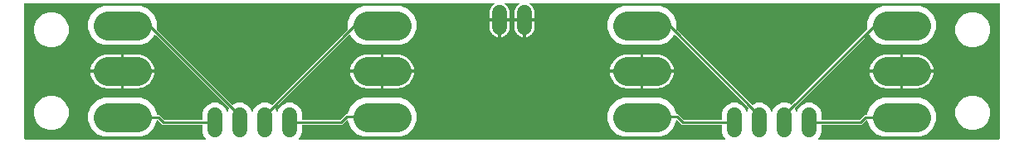
<source format=gbr>
G04 EAGLE Gerber RS-274X export*
G75*
%MOMM*%
%FSLAX34Y34*%
%LPD*%
%INTop Copper*%
%IPPOS*%
%AMOC8*
5,1,8,0,0,1.08239X$1,22.5*%
G01*
%ADD10C,1.524000*%
%ADD11C,3.000000*%
%ADD12C,0.250000*%

G36*
X187164Y2512D02*
X187164Y2512D01*
X187235Y2514D01*
X187284Y2532D01*
X187336Y2540D01*
X187399Y2574D01*
X187466Y2599D01*
X187507Y2631D01*
X187553Y2656D01*
X187603Y2708D01*
X187659Y2752D01*
X187687Y2796D01*
X187723Y2834D01*
X187753Y2899D01*
X187792Y2959D01*
X187804Y3010D01*
X187826Y3057D01*
X187834Y3128D01*
X187852Y3198D01*
X187848Y3250D01*
X187853Y3301D01*
X187838Y3372D01*
X187832Y3443D01*
X187812Y3491D01*
X187801Y3542D01*
X187764Y3603D01*
X187736Y3669D01*
X187691Y3725D01*
X187675Y3753D01*
X187657Y3768D01*
X187631Y3800D01*
X186201Y5231D01*
X184279Y9870D01*
X184279Y17113D01*
X184276Y17133D01*
X184278Y17152D01*
X184256Y17254D01*
X184240Y17356D01*
X184230Y17373D01*
X184226Y17393D01*
X184173Y17482D01*
X184124Y17573D01*
X184110Y17587D01*
X184100Y17604D01*
X184021Y17671D01*
X183946Y17743D01*
X183928Y17751D01*
X183913Y17764D01*
X183817Y17803D01*
X183723Y17846D01*
X183703Y17848D01*
X183685Y17856D01*
X183518Y17874D01*
X143443Y17874D01*
X138800Y22517D01*
X138742Y22559D01*
X138690Y22608D01*
X138643Y22630D01*
X138601Y22660D01*
X138532Y22681D01*
X138467Y22712D01*
X138415Y22717D01*
X138365Y22733D01*
X138294Y22731D01*
X138223Y22739D01*
X138172Y22728D01*
X138120Y22726D01*
X138052Y22702D01*
X137982Y22686D01*
X137937Y22660D01*
X137889Y22642D01*
X137833Y22597D01*
X137771Y22560D01*
X137737Y22521D01*
X137697Y22488D01*
X137658Y22428D01*
X137611Y22373D01*
X137592Y22325D01*
X137564Y22281D01*
X137546Y22212D01*
X137519Y22145D01*
X137511Y22074D01*
X137503Y22043D01*
X137505Y22019D01*
X137501Y21978D01*
X137501Y21532D01*
X134456Y14180D01*
X128830Y8554D01*
X121478Y5509D01*
X83522Y5509D01*
X76170Y8554D01*
X70544Y14180D01*
X67499Y21532D01*
X67499Y29488D01*
X70544Y36840D01*
X76170Y42466D01*
X83522Y45511D01*
X121478Y45511D01*
X128830Y42466D01*
X134456Y36840D01*
X137501Y29488D01*
X137501Y28387D01*
X137504Y28367D01*
X137502Y28348D01*
X137524Y28246D01*
X137540Y28144D01*
X137550Y28127D01*
X137554Y28107D01*
X137607Y28018D01*
X137656Y27927D01*
X137670Y27913D01*
X137680Y27896D01*
X137759Y27829D01*
X137834Y27757D01*
X137852Y27749D01*
X137867Y27736D01*
X137963Y27697D01*
X138057Y27654D01*
X138077Y27652D01*
X138095Y27644D01*
X138262Y27626D01*
X140057Y27626D01*
X145084Y22599D01*
X145158Y22546D01*
X145228Y22486D01*
X145258Y22474D01*
X145284Y22455D01*
X145371Y22428D01*
X145456Y22394D01*
X145497Y22390D01*
X145519Y22383D01*
X145551Y22384D01*
X145623Y22376D01*
X183518Y22376D01*
X183538Y22379D01*
X183557Y22377D01*
X183659Y22399D01*
X183761Y22415D01*
X183778Y22425D01*
X183798Y22429D01*
X183887Y22482D01*
X183978Y22531D01*
X183992Y22545D01*
X184009Y22555D01*
X184076Y22634D01*
X184148Y22709D01*
X184156Y22727D01*
X184169Y22742D01*
X184208Y22838D01*
X184251Y22932D01*
X184253Y22952D01*
X184261Y22970D01*
X184279Y23137D01*
X184279Y30130D01*
X186201Y34769D01*
X189751Y38319D01*
X194390Y40241D01*
X199410Y40241D01*
X204049Y38319D01*
X207599Y34769D01*
X208897Y31637D01*
X208935Y31576D01*
X208964Y31511D01*
X208999Y31472D01*
X209026Y31428D01*
X209082Y31382D01*
X209130Y31329D01*
X209176Y31304D01*
X209216Y31271D01*
X209283Y31245D01*
X209346Y31211D01*
X209397Y31202D01*
X209445Y31183D01*
X209517Y31180D01*
X209588Y31167D01*
X209639Y31175D01*
X209691Y31172D01*
X209760Y31192D01*
X209831Y31203D01*
X209877Y31227D01*
X209927Y31241D01*
X209986Y31282D01*
X210050Y31314D01*
X210087Y31352D01*
X210129Y31381D01*
X210172Y31439D01*
X210222Y31490D01*
X210257Y31553D01*
X210276Y31579D01*
X210283Y31601D01*
X210303Y31637D01*
X211354Y34173D01*
X211381Y34287D01*
X211409Y34401D01*
X211409Y34407D01*
X211410Y34413D01*
X211401Y34504D01*
X211402Y34513D01*
X211399Y34526D01*
X211399Y34530D01*
X211390Y34646D01*
X211388Y34651D01*
X211387Y34658D01*
X211355Y34729D01*
X211350Y34753D01*
X211330Y34786D01*
X211294Y34872D01*
X211289Y34878D01*
X211287Y34883D01*
X211274Y34896D01*
X211236Y34945D01*
X211224Y34964D01*
X211212Y34975D01*
X211189Y35003D01*
X136309Y109883D01*
X136271Y109910D01*
X136240Y109944D01*
X136172Y109981D01*
X136109Y110027D01*
X136065Y110040D01*
X136025Y110062D01*
X135948Y110076D01*
X135874Y110099D01*
X135828Y110098D01*
X135783Y110106D01*
X135706Y110095D01*
X135628Y110093D01*
X135585Y110077D01*
X135539Y110070D01*
X135470Y110035D01*
X135397Y110008D01*
X135361Y109980D01*
X135320Y109959D01*
X135266Y109903D01*
X135205Y109855D01*
X135180Y109816D01*
X135148Y109783D01*
X135082Y109663D01*
X135072Y109648D01*
X135071Y109643D01*
X135067Y109636D01*
X134456Y108160D01*
X128830Y102534D01*
X121478Y99489D01*
X83522Y99489D01*
X76170Y102534D01*
X70544Y108160D01*
X67499Y115512D01*
X67499Y123468D01*
X70544Y130820D01*
X76170Y136446D01*
X83522Y139491D01*
X121478Y139491D01*
X128830Y136446D01*
X134456Y130820D01*
X137501Y123468D01*
X137501Y115373D01*
X137515Y115283D01*
X137523Y115192D01*
X137535Y115162D01*
X137540Y115130D01*
X137583Y115049D01*
X137619Y114965D01*
X137645Y114933D01*
X137656Y114912D01*
X137679Y114890D01*
X137724Y114834D01*
X214157Y38401D01*
X214173Y38390D01*
X214185Y38374D01*
X214273Y38318D01*
X214356Y38258D01*
X214375Y38252D01*
X214392Y38241D01*
X214493Y38216D01*
X214591Y38186D01*
X214612Y38186D01*
X214631Y38181D01*
X214734Y38189D01*
X214837Y38192D01*
X214856Y38199D01*
X214876Y38200D01*
X214971Y38241D01*
X215068Y38276D01*
X215084Y38289D01*
X215103Y38297D01*
X215109Y38302D01*
X219790Y40241D01*
X224810Y40241D01*
X229449Y38319D01*
X232999Y34769D01*
X234297Y31637D01*
X234335Y31576D01*
X234364Y31511D01*
X234399Y31472D01*
X234426Y31428D01*
X234482Y31382D01*
X234530Y31329D01*
X234576Y31304D01*
X234616Y31271D01*
X234683Y31245D01*
X234746Y31211D01*
X234797Y31202D01*
X234845Y31183D01*
X234917Y31180D01*
X234988Y31167D01*
X235039Y31175D01*
X235091Y31172D01*
X235160Y31192D01*
X235231Y31203D01*
X235277Y31227D01*
X235327Y31241D01*
X235386Y31282D01*
X235450Y31314D01*
X235487Y31352D01*
X235529Y31381D01*
X235572Y31439D01*
X235622Y31490D01*
X235657Y31553D01*
X235676Y31579D01*
X235683Y31601D01*
X235703Y31637D01*
X237001Y34769D01*
X240551Y38319D01*
X245190Y40241D01*
X250210Y40241D01*
X254936Y38283D01*
X255049Y38257D01*
X255163Y38228D01*
X255169Y38229D01*
X255175Y38227D01*
X255292Y38238D01*
X255408Y38247D01*
X255414Y38250D01*
X255420Y38250D01*
X255528Y38298D01*
X255634Y38344D01*
X255640Y38348D01*
X255645Y38350D01*
X255659Y38363D01*
X255765Y38448D01*
X332276Y114959D01*
X332329Y115033D01*
X332389Y115103D01*
X332401Y115133D01*
X332420Y115159D01*
X332447Y115246D01*
X332481Y115331D01*
X332485Y115372D01*
X332492Y115394D01*
X332491Y115426D01*
X332499Y115498D01*
X332499Y123468D01*
X335544Y130820D01*
X341170Y136446D01*
X348522Y139491D01*
X386478Y139491D01*
X393830Y136446D01*
X399456Y130820D01*
X402501Y123468D01*
X402501Y115512D01*
X399456Y108160D01*
X393830Y102534D01*
X386478Y99489D01*
X348522Y99489D01*
X341170Y102534D01*
X335544Y108160D01*
X334896Y109725D01*
X334872Y109764D01*
X334856Y109807D01*
X334808Y109868D01*
X334767Y109934D01*
X334731Y109963D01*
X334703Y109999D01*
X334637Y110041D01*
X334577Y110091D01*
X334534Y110107D01*
X334496Y110132D01*
X334420Y110151D01*
X334348Y110179D01*
X334302Y110181D01*
X334257Y110192D01*
X334180Y110186D01*
X334102Y110189D01*
X334058Y110176D01*
X334012Y110173D01*
X333940Y110142D01*
X333866Y110121D01*
X333828Y110094D01*
X333786Y110076D01*
X333679Y109991D01*
X333664Y109980D01*
X333661Y109976D01*
X333655Y109972D01*
X258774Y35091D01*
X258707Y34997D01*
X258637Y34903D01*
X258635Y34897D01*
X258631Y34892D01*
X258597Y34781D01*
X258560Y34669D01*
X258560Y34663D01*
X258559Y34657D01*
X258562Y34540D01*
X258563Y34423D01*
X258565Y34416D01*
X258565Y34411D01*
X258571Y34393D01*
X258609Y34262D01*
X259697Y31637D01*
X259735Y31576D01*
X259764Y31511D01*
X259799Y31472D01*
X259826Y31428D01*
X259882Y31382D01*
X259930Y31329D01*
X259976Y31304D01*
X260016Y31271D01*
X260083Y31245D01*
X260146Y31211D01*
X260197Y31202D01*
X260245Y31183D01*
X260317Y31180D01*
X260388Y31167D01*
X260439Y31175D01*
X260491Y31172D01*
X260560Y31192D01*
X260631Y31203D01*
X260677Y31227D01*
X260727Y31241D01*
X260786Y31282D01*
X260850Y31314D01*
X260887Y31352D01*
X260929Y31381D01*
X260972Y31439D01*
X261022Y31490D01*
X261057Y31553D01*
X261076Y31579D01*
X261083Y31601D01*
X261103Y31637D01*
X262401Y34769D01*
X265951Y38319D01*
X270590Y40241D01*
X275610Y40241D01*
X280249Y38319D01*
X283799Y34769D01*
X285721Y30130D01*
X285721Y23137D01*
X285724Y23117D01*
X285722Y23098D01*
X285744Y22996D01*
X285760Y22894D01*
X285770Y22877D01*
X285774Y22857D01*
X285827Y22768D01*
X285876Y22677D01*
X285890Y22663D01*
X285900Y22646D01*
X285979Y22579D01*
X286054Y22507D01*
X286072Y22499D01*
X286087Y22486D01*
X286183Y22447D01*
X286277Y22404D01*
X286297Y22402D01*
X286315Y22394D01*
X286482Y22376D01*
X324252Y22376D01*
X324342Y22390D01*
X324433Y22398D01*
X324463Y22410D01*
X324495Y22415D01*
X324576Y22458D01*
X324660Y22494D01*
X324692Y22520D01*
X324713Y22531D01*
X324735Y22554D01*
X324791Y22599D01*
X330693Y28501D01*
X331738Y28501D01*
X331758Y28504D01*
X331777Y28502D01*
X331879Y28524D01*
X331981Y28540D01*
X331998Y28550D01*
X332018Y28554D01*
X332107Y28607D01*
X332198Y28656D01*
X332212Y28670D01*
X332229Y28680D01*
X332296Y28759D01*
X332368Y28834D01*
X332376Y28852D01*
X332389Y28867D01*
X332428Y28963D01*
X332471Y29057D01*
X332473Y29077D01*
X332481Y29095D01*
X332499Y29262D01*
X332499Y29488D01*
X335544Y36840D01*
X341170Y42466D01*
X348522Y45511D01*
X386478Y45511D01*
X393830Y42466D01*
X399456Y36840D01*
X402501Y29488D01*
X402501Y21532D01*
X399456Y14180D01*
X393830Y8554D01*
X386478Y5509D01*
X348522Y5509D01*
X341170Y8554D01*
X335544Y14180D01*
X332499Y21532D01*
X332499Y22103D01*
X332488Y22174D01*
X332486Y22246D01*
X332468Y22295D01*
X332460Y22346D01*
X332426Y22410D01*
X332401Y22477D01*
X332369Y22518D01*
X332344Y22564D01*
X332292Y22613D01*
X332248Y22669D01*
X332204Y22697D01*
X332166Y22733D01*
X332101Y22763D01*
X332041Y22802D01*
X331990Y22815D01*
X331943Y22837D01*
X331872Y22844D01*
X331802Y22862D01*
X331750Y22858D01*
X331699Y22864D01*
X331628Y22848D01*
X331557Y22843D01*
X331509Y22823D01*
X331458Y22811D01*
X331397Y22775D01*
X331331Y22747D01*
X331275Y22702D01*
X331247Y22685D01*
X331232Y22667D01*
X331200Y22642D01*
X326432Y17874D01*
X286482Y17874D01*
X286462Y17871D01*
X286443Y17873D01*
X286341Y17851D01*
X286239Y17835D01*
X286222Y17825D01*
X286202Y17821D01*
X286113Y17768D01*
X286022Y17719D01*
X286008Y17705D01*
X285991Y17695D01*
X285924Y17616D01*
X285852Y17541D01*
X285844Y17523D01*
X285831Y17508D01*
X285792Y17412D01*
X285749Y17318D01*
X285747Y17298D01*
X285739Y17280D01*
X285721Y17113D01*
X285721Y9870D01*
X283799Y5231D01*
X282369Y3800D01*
X282327Y3742D01*
X282277Y3690D01*
X282256Y3643D01*
X282225Y3601D01*
X282204Y3532D01*
X282174Y3467D01*
X282168Y3415D01*
X282153Y3365D01*
X282155Y3294D01*
X282147Y3223D01*
X282158Y3172D01*
X282159Y3120D01*
X282184Y3052D01*
X282199Y2982D01*
X282226Y2937D01*
X282244Y2889D01*
X282288Y2833D01*
X282325Y2771D01*
X282365Y2737D01*
X282397Y2697D01*
X282458Y2658D01*
X282512Y2611D01*
X282560Y2592D01*
X282604Y2564D01*
X282674Y2546D01*
X282740Y2519D01*
X282812Y2511D01*
X282843Y2503D01*
X282866Y2505D01*
X282907Y2501D01*
X717093Y2501D01*
X717164Y2512D01*
X717235Y2514D01*
X717284Y2532D01*
X717336Y2540D01*
X717399Y2574D01*
X717466Y2599D01*
X717507Y2631D01*
X717553Y2656D01*
X717603Y2708D01*
X717659Y2752D01*
X717687Y2796D01*
X717723Y2834D01*
X717753Y2899D01*
X717792Y2959D01*
X717804Y3010D01*
X717826Y3057D01*
X717834Y3128D01*
X717852Y3198D01*
X717848Y3250D01*
X717853Y3301D01*
X717838Y3372D01*
X717832Y3443D01*
X717812Y3491D01*
X717801Y3542D01*
X717764Y3603D01*
X717736Y3669D01*
X717691Y3725D01*
X717675Y3753D01*
X717657Y3768D01*
X717631Y3800D01*
X716201Y5231D01*
X714279Y9870D01*
X714279Y17113D01*
X714276Y17133D01*
X714278Y17152D01*
X714256Y17254D01*
X714240Y17356D01*
X714230Y17373D01*
X714226Y17393D01*
X714173Y17482D01*
X714124Y17573D01*
X714110Y17587D01*
X714100Y17604D01*
X714021Y17671D01*
X713946Y17743D01*
X713928Y17751D01*
X713913Y17764D01*
X713817Y17803D01*
X713723Y17846D01*
X713703Y17848D01*
X713685Y17856D01*
X713518Y17874D01*
X673693Y17874D01*
X668800Y22767D01*
X668742Y22809D01*
X668690Y22858D01*
X668643Y22880D01*
X668601Y22910D01*
X668532Y22931D01*
X668467Y22962D01*
X668415Y22967D01*
X668365Y22983D01*
X668294Y22981D01*
X668223Y22989D01*
X668172Y22978D01*
X668120Y22976D01*
X668052Y22952D01*
X667982Y22936D01*
X667937Y22910D01*
X667889Y22892D01*
X667833Y22847D01*
X667771Y22810D01*
X667737Y22771D01*
X667697Y22738D01*
X667658Y22678D01*
X667611Y22623D01*
X667592Y22575D01*
X667564Y22531D01*
X667546Y22462D01*
X667519Y22395D01*
X667511Y22324D01*
X667503Y22293D01*
X667505Y22269D01*
X667501Y22228D01*
X667501Y21532D01*
X664456Y14180D01*
X658830Y8554D01*
X651478Y5509D01*
X613522Y5509D01*
X606170Y8554D01*
X600544Y14180D01*
X597499Y21532D01*
X597499Y29488D01*
X600544Y36840D01*
X606170Y42466D01*
X613522Y45511D01*
X651478Y45511D01*
X658830Y42466D01*
X664456Y36840D01*
X667501Y29488D01*
X667501Y29262D01*
X667504Y29242D01*
X667502Y29223D01*
X667524Y29121D01*
X667540Y29019D01*
X667550Y29002D01*
X667554Y28982D01*
X667607Y28893D01*
X667656Y28802D01*
X667670Y28788D01*
X667680Y28771D01*
X667759Y28704D01*
X667834Y28632D01*
X667852Y28624D01*
X667867Y28611D01*
X667963Y28572D01*
X668057Y28529D01*
X668077Y28527D01*
X668095Y28519D01*
X668262Y28501D01*
X669432Y28501D01*
X675334Y22599D01*
X675408Y22546D01*
X675478Y22486D01*
X675508Y22474D01*
X675534Y22455D01*
X675621Y22428D01*
X675706Y22394D01*
X675747Y22390D01*
X675769Y22383D01*
X675801Y22384D01*
X675873Y22376D01*
X713518Y22376D01*
X713538Y22379D01*
X713557Y22377D01*
X713659Y22399D01*
X713761Y22415D01*
X713778Y22425D01*
X713798Y22429D01*
X713887Y22482D01*
X713978Y22531D01*
X713992Y22545D01*
X714009Y22555D01*
X714076Y22634D01*
X714148Y22709D01*
X714156Y22727D01*
X714169Y22742D01*
X714208Y22838D01*
X714251Y22932D01*
X714253Y22952D01*
X714261Y22970D01*
X714279Y23137D01*
X714279Y30130D01*
X716201Y34769D01*
X719751Y38319D01*
X724390Y40241D01*
X729410Y40241D01*
X734049Y38319D01*
X737599Y34769D01*
X738897Y31637D01*
X738935Y31576D01*
X738964Y31511D01*
X738999Y31472D01*
X739026Y31428D01*
X739082Y31382D01*
X739130Y31329D01*
X739176Y31304D01*
X739216Y31271D01*
X739283Y31245D01*
X739346Y31211D01*
X739397Y31202D01*
X739445Y31183D01*
X739517Y31180D01*
X739588Y31167D01*
X739639Y31175D01*
X739691Y31172D01*
X739760Y31192D01*
X739831Y31203D01*
X739877Y31227D01*
X739927Y31241D01*
X739986Y31282D01*
X740050Y31314D01*
X740087Y31352D01*
X740129Y31381D01*
X740172Y31439D01*
X740222Y31490D01*
X740257Y31553D01*
X740276Y31579D01*
X740283Y31601D01*
X740303Y31637D01*
X741427Y34350D01*
X741454Y34464D01*
X741482Y34577D01*
X741482Y34584D01*
X741483Y34590D01*
X741472Y34706D01*
X741463Y34823D01*
X741461Y34828D01*
X741460Y34835D01*
X741412Y34942D01*
X741367Y35049D01*
X741362Y35055D01*
X741360Y35059D01*
X741348Y35073D01*
X741262Y35180D01*
X666382Y110060D01*
X666345Y110087D01*
X666314Y110121D01*
X666245Y110158D01*
X666182Y110204D01*
X666138Y110217D01*
X666098Y110239D01*
X666021Y110253D01*
X665947Y110276D01*
X665901Y110275D01*
X665856Y110283D01*
X665779Y110272D01*
X665701Y110270D01*
X665658Y110254D01*
X665613Y110247D01*
X665543Y110212D01*
X665470Y110185D01*
X665434Y110156D01*
X665393Y110136D01*
X665339Y110080D01*
X665278Y110031D01*
X665253Y109993D01*
X665221Y109960D01*
X665155Y109840D01*
X665145Y109825D01*
X665144Y109820D01*
X665140Y109813D01*
X664456Y108160D01*
X658830Y102534D01*
X651478Y99489D01*
X613522Y99489D01*
X606170Y102534D01*
X600544Y108160D01*
X597499Y115512D01*
X597499Y123468D01*
X600544Y130820D01*
X606170Y136446D01*
X613522Y139491D01*
X651478Y139491D01*
X658830Y136446D01*
X664456Y130820D01*
X667501Y123468D01*
X667501Y115623D01*
X667515Y115533D01*
X667523Y115442D01*
X667535Y115412D01*
X667540Y115380D01*
X667583Y115299D01*
X667619Y115215D01*
X667645Y115183D01*
X667656Y115162D01*
X667679Y115140D01*
X667724Y115084D01*
X744323Y38485D01*
X744415Y38419D01*
X744449Y38390D01*
X744460Y38385D01*
X744512Y38347D01*
X744518Y38345D01*
X744523Y38342D01*
X744634Y38307D01*
X744745Y38271D01*
X744752Y38271D01*
X744758Y38269D01*
X744875Y38272D01*
X744991Y38273D01*
X744999Y38275D01*
X745004Y38276D01*
X745021Y38282D01*
X745153Y38320D01*
X749790Y40241D01*
X754810Y40241D01*
X759449Y38319D01*
X762999Y34769D01*
X764297Y31637D01*
X764335Y31576D01*
X764364Y31511D01*
X764399Y31472D01*
X764426Y31428D01*
X764482Y31382D01*
X764530Y31329D01*
X764576Y31304D01*
X764616Y31271D01*
X764683Y31245D01*
X764746Y31211D01*
X764797Y31202D01*
X764845Y31183D01*
X764917Y31180D01*
X764988Y31167D01*
X765039Y31175D01*
X765091Y31172D01*
X765160Y31192D01*
X765231Y31203D01*
X765277Y31227D01*
X765327Y31241D01*
X765386Y31282D01*
X765450Y31314D01*
X765487Y31352D01*
X765529Y31381D01*
X765572Y31439D01*
X765622Y31490D01*
X765657Y31553D01*
X765676Y31579D01*
X765683Y31601D01*
X765703Y31637D01*
X767001Y34769D01*
X770551Y38319D01*
X775190Y40241D01*
X780210Y40241D01*
X784724Y38371D01*
X784837Y38345D01*
X784951Y38316D01*
X784957Y38317D01*
X784963Y38315D01*
X785080Y38326D01*
X785196Y38335D01*
X785202Y38338D01*
X785208Y38338D01*
X785316Y38386D01*
X785422Y38431D01*
X785428Y38436D01*
X785433Y38438D01*
X785447Y38451D01*
X785553Y38536D01*
X862276Y115259D01*
X862329Y115333D01*
X862389Y115403D01*
X862401Y115433D01*
X862420Y115459D01*
X862447Y115546D01*
X862481Y115631D01*
X862485Y115672D01*
X862492Y115694D01*
X862491Y115726D01*
X862499Y115798D01*
X862499Y123468D01*
X865544Y130820D01*
X871170Y136446D01*
X878522Y139491D01*
X916478Y139491D01*
X923830Y136446D01*
X929456Y130820D01*
X932501Y123468D01*
X932501Y115512D01*
X929456Y108160D01*
X923830Y102534D01*
X916478Y99489D01*
X878522Y99489D01*
X871170Y102534D01*
X865544Y108160D01*
X864808Y109937D01*
X864784Y109976D01*
X864768Y110019D01*
X864720Y110080D01*
X864679Y110146D01*
X864643Y110175D01*
X864615Y110211D01*
X864549Y110253D01*
X864489Y110303D01*
X864446Y110319D01*
X864408Y110344D01*
X864332Y110363D01*
X864260Y110391D01*
X864214Y110393D01*
X864169Y110404D01*
X864092Y110398D01*
X864014Y110401D01*
X863970Y110389D01*
X863924Y110385D01*
X863853Y110355D01*
X863778Y110333D01*
X863740Y110307D01*
X863698Y110289D01*
X863591Y110203D01*
X863576Y110193D01*
X863573Y110188D01*
X863567Y110184D01*
X788687Y35304D01*
X788619Y35210D01*
X788549Y35115D01*
X788547Y35109D01*
X788543Y35104D01*
X788509Y34993D01*
X788472Y34881D01*
X788473Y34875D01*
X788471Y34869D01*
X788474Y34752D01*
X788475Y34635D01*
X788477Y34628D01*
X788477Y34623D01*
X788483Y34605D01*
X788522Y34474D01*
X789697Y31637D01*
X789734Y31576D01*
X789764Y31511D01*
X789799Y31472D01*
X789826Y31428D01*
X789881Y31382D01*
X789930Y31329D01*
X789976Y31304D01*
X790016Y31271D01*
X790083Y31245D01*
X790146Y31211D01*
X790197Y31202D01*
X790245Y31183D01*
X790317Y31180D01*
X790388Y31167D01*
X790439Y31175D01*
X790491Y31172D01*
X790560Y31192D01*
X790631Y31203D01*
X790677Y31227D01*
X790727Y31241D01*
X790786Y31282D01*
X790850Y31314D01*
X790887Y31352D01*
X790929Y31381D01*
X790972Y31439D01*
X791022Y31490D01*
X791057Y31553D01*
X791076Y31579D01*
X791083Y31601D01*
X791103Y31637D01*
X792401Y34769D01*
X795951Y38319D01*
X800590Y40241D01*
X805610Y40241D01*
X810249Y38319D01*
X813799Y34769D01*
X815721Y30130D01*
X815721Y23137D01*
X815724Y23117D01*
X815722Y23098D01*
X815744Y22996D01*
X815760Y22894D01*
X815770Y22877D01*
X815774Y22857D01*
X815827Y22768D01*
X815876Y22677D01*
X815890Y22663D01*
X815900Y22646D01*
X815979Y22579D01*
X816054Y22507D01*
X816072Y22499D01*
X816087Y22486D01*
X816183Y22447D01*
X816277Y22404D01*
X816297Y22402D01*
X816315Y22394D01*
X816482Y22376D01*
X854502Y22376D01*
X854592Y22390D01*
X854683Y22398D01*
X854713Y22410D01*
X854745Y22415D01*
X854826Y22458D01*
X854910Y22494D01*
X854942Y22520D01*
X854963Y22531D01*
X854985Y22554D01*
X855041Y22599D01*
X860068Y27626D01*
X861738Y27626D01*
X861758Y27629D01*
X861777Y27627D01*
X861879Y27649D01*
X861981Y27665D01*
X861998Y27675D01*
X862018Y27679D01*
X862107Y27732D01*
X862198Y27781D01*
X862212Y27795D01*
X862229Y27805D01*
X862296Y27884D01*
X862368Y27959D01*
X862376Y27977D01*
X862389Y27992D01*
X862428Y28088D01*
X862471Y28182D01*
X862473Y28202D01*
X862481Y28220D01*
X862499Y28387D01*
X862499Y29488D01*
X865544Y36840D01*
X871170Y42466D01*
X878522Y45511D01*
X916478Y45511D01*
X923830Y42466D01*
X929456Y36840D01*
X932501Y29488D01*
X932501Y21532D01*
X929456Y14180D01*
X923830Y8554D01*
X916478Y5509D01*
X878522Y5509D01*
X871170Y8554D01*
X865544Y14180D01*
X862499Y21532D01*
X862499Y21853D01*
X862488Y21924D01*
X862486Y21996D01*
X862468Y22045D01*
X862460Y22096D01*
X862426Y22160D01*
X862401Y22227D01*
X862369Y22268D01*
X862344Y22314D01*
X862292Y22363D01*
X862248Y22419D01*
X862204Y22447D01*
X862166Y22483D01*
X862101Y22513D01*
X862041Y22552D01*
X861990Y22565D01*
X861943Y22587D01*
X861872Y22594D01*
X861802Y22612D01*
X861750Y22608D01*
X861699Y22614D01*
X861628Y22598D01*
X861557Y22593D01*
X861509Y22573D01*
X861458Y22561D01*
X861397Y22525D01*
X861331Y22497D01*
X861275Y22452D01*
X861247Y22435D01*
X861232Y22417D01*
X861200Y22392D01*
X856682Y17874D01*
X816482Y17874D01*
X816462Y17871D01*
X816443Y17873D01*
X816341Y17851D01*
X816239Y17835D01*
X816222Y17825D01*
X816202Y17821D01*
X816113Y17768D01*
X816022Y17719D01*
X816008Y17705D01*
X815991Y17695D01*
X815924Y17616D01*
X815852Y17541D01*
X815844Y17523D01*
X815831Y17508D01*
X815792Y17412D01*
X815749Y17318D01*
X815747Y17298D01*
X815739Y17280D01*
X815721Y17113D01*
X815721Y9870D01*
X813799Y5231D01*
X812369Y3800D01*
X812327Y3742D01*
X812277Y3690D01*
X812256Y3643D01*
X812225Y3601D01*
X812204Y3532D01*
X812174Y3467D01*
X812168Y3415D01*
X812153Y3365D01*
X812155Y3294D01*
X812147Y3223D01*
X812158Y3172D01*
X812159Y3120D01*
X812184Y3052D01*
X812199Y2982D01*
X812226Y2937D01*
X812244Y2889D01*
X812288Y2833D01*
X812325Y2771D01*
X812365Y2737D01*
X812397Y2697D01*
X812458Y2658D01*
X812512Y2611D01*
X812560Y2592D01*
X812604Y2564D01*
X812674Y2546D01*
X812740Y2519D01*
X812812Y2511D01*
X812843Y2503D01*
X812866Y2505D01*
X812907Y2501D01*
X996738Y2501D01*
X996758Y2504D01*
X996777Y2502D01*
X996879Y2524D01*
X996981Y2540D01*
X996998Y2550D01*
X997018Y2554D01*
X997107Y2607D01*
X997198Y2656D01*
X997212Y2670D01*
X997229Y2680D01*
X997296Y2759D01*
X997368Y2834D01*
X997376Y2852D01*
X997389Y2867D01*
X997428Y2963D01*
X997471Y3057D01*
X997473Y3077D01*
X997481Y3095D01*
X997499Y3262D01*
X997499Y141738D01*
X997496Y141758D01*
X997498Y141777D01*
X997476Y141879D01*
X997460Y141981D01*
X997450Y141998D01*
X997446Y142018D01*
X997393Y142107D01*
X997344Y142198D01*
X997330Y142212D01*
X997320Y142229D01*
X997241Y142296D01*
X997166Y142368D01*
X997148Y142376D01*
X997133Y142389D01*
X997037Y142428D01*
X996943Y142471D01*
X996923Y142473D01*
X996905Y142481D01*
X996738Y142499D01*
X518664Y142499D01*
X518656Y142498D01*
X518648Y142499D01*
X518534Y142478D01*
X518421Y142460D01*
X518414Y142456D01*
X518406Y142454D01*
X518305Y142398D01*
X518204Y142344D01*
X518198Y142339D01*
X518191Y142335D01*
X518113Y142250D01*
X518034Y142166D01*
X518031Y142159D01*
X518025Y142153D01*
X517979Y142047D01*
X517931Y141943D01*
X517930Y141935D01*
X517926Y141928D01*
X517916Y141813D01*
X517903Y141699D01*
X517905Y141691D01*
X517904Y141683D01*
X517931Y141570D01*
X517956Y141458D01*
X517960Y141451D01*
X517962Y141444D01*
X518023Y141345D01*
X518082Y141247D01*
X518088Y141242D01*
X518092Y141235D01*
X518216Y141122D01*
X519293Y140340D01*
X520420Y139213D01*
X521356Y137924D01*
X522079Y136505D01*
X522572Y134990D01*
X522821Y133417D01*
X522821Y126523D01*
X513462Y126523D01*
X513442Y126520D01*
X513423Y126522D01*
X513321Y126500D01*
X513219Y126483D01*
X513202Y126474D01*
X513182Y126470D01*
X513093Y126417D01*
X513002Y126368D01*
X512988Y126354D01*
X512971Y126344D01*
X512904Y126265D01*
X512833Y126190D01*
X512824Y126172D01*
X512811Y126157D01*
X512773Y126061D01*
X512729Y125967D01*
X512727Y125947D01*
X512719Y125929D01*
X512701Y125762D01*
X512701Y124999D01*
X512699Y124999D01*
X512699Y125762D01*
X512696Y125782D01*
X512698Y125801D01*
X512676Y125903D01*
X512659Y126005D01*
X512650Y126022D01*
X512646Y126042D01*
X512593Y126131D01*
X512544Y126222D01*
X512530Y126236D01*
X512520Y126253D01*
X512441Y126320D01*
X512366Y126391D01*
X512348Y126400D01*
X512333Y126413D01*
X512237Y126452D01*
X512143Y126495D01*
X512123Y126497D01*
X512105Y126505D01*
X511938Y126523D01*
X502579Y126523D01*
X502579Y133417D01*
X502828Y134990D01*
X503321Y136505D01*
X504044Y137924D01*
X504980Y139213D01*
X506107Y140340D01*
X507184Y141122D01*
X507189Y141128D01*
X507196Y141132D01*
X507275Y141215D01*
X507357Y141297D01*
X507360Y141304D01*
X507366Y141310D01*
X507414Y141414D01*
X507465Y141518D01*
X507466Y141526D01*
X507469Y141533D01*
X507482Y141647D01*
X507497Y141762D01*
X507496Y141770D01*
X507497Y141777D01*
X507472Y141890D01*
X507450Y142003D01*
X507446Y142010D01*
X507444Y142018D01*
X507385Y142117D01*
X507328Y142217D01*
X507322Y142222D01*
X507318Y142229D01*
X507230Y142304D01*
X507145Y142381D01*
X507137Y142384D01*
X507131Y142389D01*
X507024Y142432D01*
X506918Y142477D01*
X506911Y142478D01*
X506903Y142481D01*
X506736Y142499D01*
X493264Y142499D01*
X493256Y142498D01*
X493248Y142499D01*
X493134Y142478D01*
X493021Y142460D01*
X493014Y142456D01*
X493006Y142454D01*
X492905Y142398D01*
X492804Y142344D01*
X492798Y142339D01*
X492791Y142335D01*
X492713Y142250D01*
X492634Y142166D01*
X492631Y142159D01*
X492625Y142153D01*
X492579Y142047D01*
X492531Y141943D01*
X492530Y141935D01*
X492526Y141928D01*
X492516Y141813D01*
X492503Y141699D01*
X492505Y141691D01*
X492504Y141683D01*
X492531Y141570D01*
X492556Y141458D01*
X492560Y141451D01*
X492562Y141444D01*
X492623Y141345D01*
X492682Y141247D01*
X492688Y141242D01*
X492692Y141235D01*
X492816Y141122D01*
X493893Y140340D01*
X495020Y139213D01*
X495956Y137924D01*
X496679Y136505D01*
X497172Y134990D01*
X497421Y133417D01*
X497421Y126523D01*
X488062Y126523D01*
X488042Y126520D01*
X488023Y126522D01*
X487921Y126500D01*
X487819Y126483D01*
X487802Y126474D01*
X487782Y126470D01*
X487693Y126417D01*
X487602Y126368D01*
X487588Y126354D01*
X487571Y126344D01*
X487504Y126265D01*
X487433Y126190D01*
X487424Y126172D01*
X487411Y126157D01*
X487373Y126061D01*
X487329Y125967D01*
X487327Y125947D01*
X487319Y125929D01*
X487301Y125762D01*
X487301Y124999D01*
X487299Y124999D01*
X487299Y125762D01*
X487296Y125782D01*
X487298Y125801D01*
X487276Y125903D01*
X487259Y126005D01*
X487250Y126022D01*
X487246Y126042D01*
X487193Y126131D01*
X487144Y126222D01*
X487130Y126236D01*
X487120Y126253D01*
X487041Y126320D01*
X486966Y126391D01*
X486948Y126400D01*
X486933Y126413D01*
X486837Y126452D01*
X486743Y126495D01*
X486723Y126497D01*
X486705Y126505D01*
X486538Y126523D01*
X477179Y126523D01*
X477179Y133417D01*
X477428Y134990D01*
X477921Y136505D01*
X478644Y137924D01*
X479580Y139213D01*
X480707Y140340D01*
X481784Y141122D01*
X481789Y141128D01*
X481796Y141132D01*
X481875Y141215D01*
X481957Y141297D01*
X481960Y141304D01*
X481966Y141310D01*
X482014Y141414D01*
X482065Y141518D01*
X482066Y141526D01*
X482069Y141533D01*
X482082Y141647D01*
X482097Y141762D01*
X482096Y141770D01*
X482097Y141777D01*
X482072Y141890D01*
X482050Y142003D01*
X482046Y142010D01*
X482044Y142018D01*
X481985Y142117D01*
X481928Y142217D01*
X481922Y142222D01*
X481918Y142229D01*
X481830Y142304D01*
X481745Y142381D01*
X481737Y142384D01*
X481731Y142389D01*
X481624Y142432D01*
X481518Y142477D01*
X481511Y142478D01*
X481503Y142481D01*
X481336Y142499D01*
X3262Y142499D01*
X3242Y142496D01*
X3223Y142498D01*
X3121Y142476D01*
X3019Y142460D01*
X3002Y142450D01*
X2982Y142446D01*
X2893Y142393D01*
X2802Y142344D01*
X2788Y142330D01*
X2771Y142320D01*
X2704Y142241D01*
X2632Y142166D01*
X2624Y142148D01*
X2611Y142133D01*
X2572Y142037D01*
X2529Y141943D01*
X2527Y141923D01*
X2519Y141905D01*
X2501Y141738D01*
X2501Y3262D01*
X2504Y3242D01*
X2502Y3223D01*
X2524Y3121D01*
X2540Y3019D01*
X2550Y3002D01*
X2554Y2982D01*
X2607Y2893D01*
X2656Y2802D01*
X2670Y2788D01*
X2680Y2771D01*
X2759Y2704D01*
X2834Y2632D01*
X2852Y2624D01*
X2867Y2611D01*
X2963Y2572D01*
X3057Y2529D01*
X3077Y2527D01*
X3095Y2519D01*
X3262Y2501D01*
X187093Y2501D01*
X187164Y2512D01*
G37*
%LPC*%
G36*
X966519Y97499D02*
X966519Y97499D01*
X960087Y100164D01*
X955164Y105087D01*
X952499Y111519D01*
X952499Y118481D01*
X955164Y124913D01*
X960087Y129836D01*
X966519Y132501D01*
X973481Y132501D01*
X979913Y129836D01*
X984836Y124913D01*
X987501Y118481D01*
X987501Y111519D01*
X984836Y105087D01*
X979913Y100164D01*
X973481Y97499D01*
X966519Y97499D01*
G37*
%LPD*%
%LPC*%
G36*
X26519Y97499D02*
X26519Y97499D01*
X20087Y100164D01*
X15164Y105087D01*
X12499Y111519D01*
X12499Y118481D01*
X15164Y124913D01*
X20087Y129836D01*
X26519Y132501D01*
X33481Y132501D01*
X39913Y129836D01*
X44836Y124913D01*
X47501Y118481D01*
X47501Y111519D01*
X44836Y105087D01*
X39913Y100164D01*
X33481Y97499D01*
X26519Y97499D01*
G37*
%LPD*%
%LPC*%
G36*
X26519Y12499D02*
X26519Y12499D01*
X20087Y15164D01*
X15164Y20087D01*
X12499Y26519D01*
X12499Y33481D01*
X15164Y39913D01*
X20087Y44836D01*
X26519Y47501D01*
X33481Y47501D01*
X39913Y44836D01*
X44836Y39913D01*
X47501Y33481D01*
X47501Y26519D01*
X44836Y20087D01*
X39913Y15164D01*
X33481Y12499D01*
X26519Y12499D01*
G37*
%LPD*%
%LPC*%
G36*
X966519Y12499D02*
X966519Y12499D01*
X960087Y15164D01*
X955164Y20087D01*
X952499Y26519D01*
X952499Y33481D01*
X955164Y39913D01*
X960087Y44836D01*
X966519Y47501D01*
X973481Y47501D01*
X979913Y44836D01*
X984836Y39913D01*
X987501Y33481D01*
X987501Y26519D01*
X984836Y20087D01*
X979913Y15164D01*
X973481Y12499D01*
X966519Y12499D01*
G37*
%LPD*%
%LPC*%
G36*
X899023Y74023D02*
X899023Y74023D01*
X899023Y90001D01*
X913647Y90001D01*
X915922Y89701D01*
X918137Y89108D01*
X920257Y88230D01*
X922244Y87083D01*
X924064Y85686D01*
X925686Y84064D01*
X927083Y82244D01*
X928230Y80257D01*
X929108Y78137D01*
X929701Y75922D01*
X929951Y74023D01*
X899023Y74023D01*
G37*
%LPD*%
%LPC*%
G36*
X634023Y74023D02*
X634023Y74023D01*
X634023Y90001D01*
X648647Y90001D01*
X650922Y89701D01*
X653137Y89108D01*
X655257Y88230D01*
X657244Y87083D01*
X659064Y85686D01*
X660686Y84064D01*
X662083Y82244D01*
X663230Y80257D01*
X664108Y78137D01*
X664701Y75922D01*
X664951Y74023D01*
X634023Y74023D01*
G37*
%LPD*%
%LPC*%
G36*
X369023Y74023D02*
X369023Y74023D01*
X369023Y90001D01*
X383647Y90001D01*
X385922Y89701D01*
X388137Y89108D01*
X390257Y88230D01*
X392244Y87083D01*
X394064Y85686D01*
X395686Y84064D01*
X397083Y82244D01*
X398230Y80257D01*
X399108Y78137D01*
X399701Y75922D01*
X399951Y74023D01*
X369023Y74023D01*
G37*
%LPD*%
%LPC*%
G36*
X104023Y74023D02*
X104023Y74023D01*
X104023Y90001D01*
X118647Y90001D01*
X120922Y89701D01*
X123137Y89108D01*
X125257Y88230D01*
X127244Y87083D01*
X129064Y85686D01*
X130686Y84064D01*
X132083Y82244D01*
X133230Y80257D01*
X134108Y78137D01*
X134701Y75922D01*
X134951Y74023D01*
X104023Y74023D01*
G37*
%LPD*%
%LPC*%
G36*
X335049Y74023D02*
X335049Y74023D01*
X335299Y75922D01*
X335892Y78137D01*
X336770Y80257D01*
X337917Y82244D01*
X339314Y84064D01*
X340936Y85686D01*
X342756Y87083D01*
X344743Y88230D01*
X346863Y89108D01*
X349078Y89701D01*
X351353Y90001D01*
X365977Y90001D01*
X365977Y74023D01*
X335049Y74023D01*
G37*
%LPD*%
%LPC*%
G36*
X600049Y74023D02*
X600049Y74023D01*
X600299Y75922D01*
X600892Y78137D01*
X601770Y80257D01*
X602917Y82244D01*
X604314Y84064D01*
X605936Y85686D01*
X607756Y87083D01*
X609743Y88230D01*
X611863Y89108D01*
X614078Y89701D01*
X616353Y90001D01*
X630977Y90001D01*
X630977Y74023D01*
X600049Y74023D01*
G37*
%LPD*%
%LPC*%
G36*
X865049Y74023D02*
X865049Y74023D01*
X865299Y75922D01*
X865892Y78137D01*
X866770Y80257D01*
X867917Y82244D01*
X869314Y84064D01*
X870936Y85686D01*
X872756Y87083D01*
X874743Y88230D01*
X876863Y89108D01*
X879078Y89701D01*
X881353Y90001D01*
X895977Y90001D01*
X895977Y74023D01*
X865049Y74023D01*
G37*
%LPD*%
%LPC*%
G36*
X70049Y74023D02*
X70049Y74023D01*
X70299Y75922D01*
X70892Y78137D01*
X71770Y80257D01*
X72917Y82244D01*
X74314Y84064D01*
X75936Y85686D01*
X77756Y87083D01*
X79743Y88230D01*
X81863Y89108D01*
X84078Y89701D01*
X86353Y90001D01*
X100977Y90001D01*
X100977Y74023D01*
X70049Y74023D01*
G37*
%LPD*%
%LPC*%
G36*
X369023Y54999D02*
X369023Y54999D01*
X369023Y70977D01*
X399951Y70977D01*
X399701Y69078D01*
X399108Y66863D01*
X398230Y64743D01*
X397083Y62756D01*
X395686Y60936D01*
X394064Y59314D01*
X392244Y57917D01*
X390257Y56770D01*
X388137Y55892D01*
X385922Y55299D01*
X383647Y54999D01*
X369023Y54999D01*
G37*
%LPD*%
%LPC*%
G36*
X899023Y54999D02*
X899023Y54999D01*
X899023Y70977D01*
X929951Y70977D01*
X929701Y69078D01*
X929108Y66863D01*
X928230Y64743D01*
X927083Y62756D01*
X925686Y60936D01*
X924064Y59314D01*
X922244Y57917D01*
X920257Y56770D01*
X918137Y55892D01*
X915922Y55299D01*
X913647Y54999D01*
X899023Y54999D01*
G37*
%LPD*%
%LPC*%
G36*
X634023Y54999D02*
X634023Y54999D01*
X634023Y70977D01*
X664951Y70977D01*
X664701Y69078D01*
X664108Y66863D01*
X663230Y64743D01*
X662083Y62756D01*
X660686Y60936D01*
X659064Y59314D01*
X657244Y57917D01*
X655257Y56770D01*
X653137Y55892D01*
X650922Y55299D01*
X648647Y54999D01*
X634023Y54999D01*
G37*
%LPD*%
%LPC*%
G36*
X104023Y54999D02*
X104023Y54999D01*
X104023Y70977D01*
X134951Y70977D01*
X134701Y69078D01*
X134108Y66863D01*
X133230Y64743D01*
X132083Y62756D01*
X130686Y60936D01*
X129064Y59314D01*
X127244Y57917D01*
X125257Y56770D01*
X123137Y55892D01*
X120922Y55299D01*
X118647Y54999D01*
X104023Y54999D01*
G37*
%LPD*%
%LPC*%
G36*
X351353Y54999D02*
X351353Y54999D01*
X349078Y55299D01*
X346863Y55892D01*
X344743Y56770D01*
X342756Y57917D01*
X340936Y59314D01*
X339314Y60936D01*
X337917Y62756D01*
X336770Y64743D01*
X335892Y66863D01*
X335299Y69078D01*
X335049Y70977D01*
X365977Y70977D01*
X365977Y54999D01*
X351353Y54999D01*
G37*
%LPD*%
%LPC*%
G36*
X881353Y54999D02*
X881353Y54999D01*
X879078Y55299D01*
X876863Y55892D01*
X874743Y56770D01*
X872756Y57917D01*
X870936Y59314D01*
X869314Y60936D01*
X867917Y62756D01*
X866770Y64743D01*
X865892Y66863D01*
X865299Y69078D01*
X865049Y70977D01*
X895977Y70977D01*
X895977Y54999D01*
X881353Y54999D01*
G37*
%LPD*%
%LPC*%
G36*
X616353Y54999D02*
X616353Y54999D01*
X614078Y55299D01*
X611863Y55892D01*
X609743Y56770D01*
X607756Y57917D01*
X605936Y59314D01*
X604314Y60936D01*
X602917Y62756D01*
X601770Y64743D01*
X600892Y66863D01*
X600299Y69078D01*
X600049Y70977D01*
X630977Y70977D01*
X630977Y54999D01*
X616353Y54999D01*
G37*
%LPD*%
%LPC*%
G36*
X86353Y54999D02*
X86353Y54999D01*
X84078Y55299D01*
X81863Y55892D01*
X79743Y56770D01*
X77756Y57917D01*
X75936Y59314D01*
X74314Y60936D01*
X72917Y62756D01*
X71770Y64743D01*
X70892Y66863D01*
X70299Y69078D01*
X70049Y70977D01*
X100977Y70977D01*
X100977Y54999D01*
X86353Y54999D01*
G37*
%LPD*%
%LPC*%
G36*
X514223Y123477D02*
X514223Y123477D01*
X522821Y123477D01*
X522821Y116583D01*
X522572Y115010D01*
X522079Y113495D01*
X521356Y112076D01*
X520420Y110787D01*
X519293Y109660D01*
X518004Y108724D01*
X516585Y108001D01*
X515070Y107508D01*
X514223Y107374D01*
X514223Y123477D01*
G37*
%LPD*%
%LPC*%
G36*
X488823Y123477D02*
X488823Y123477D01*
X497421Y123477D01*
X497421Y116583D01*
X497172Y115010D01*
X496679Y113495D01*
X495956Y112076D01*
X495020Y110787D01*
X493893Y109660D01*
X492604Y108724D01*
X491185Y108001D01*
X489670Y107508D01*
X488823Y107374D01*
X488823Y123477D01*
G37*
%LPD*%
%LPC*%
G36*
X510330Y107508D02*
X510330Y107508D01*
X508815Y108001D01*
X507396Y108724D01*
X506107Y109660D01*
X504980Y110787D01*
X504044Y112076D01*
X503321Y113495D01*
X502828Y115010D01*
X502579Y116583D01*
X502579Y123477D01*
X511177Y123477D01*
X511177Y107374D01*
X510330Y107508D01*
G37*
%LPD*%
%LPC*%
G36*
X484930Y107508D02*
X484930Y107508D01*
X483415Y108001D01*
X481996Y108724D01*
X480707Y109660D01*
X479580Y110787D01*
X478644Y112076D01*
X477921Y113495D01*
X477428Y115010D01*
X477179Y116583D01*
X477179Y123477D01*
X485777Y123477D01*
X485777Y107374D01*
X484930Y107508D01*
G37*
%LPD*%
%LPC*%
G36*
X632499Y72499D02*
X632499Y72499D01*
X632499Y72501D01*
X632501Y72501D01*
X632501Y72499D01*
X632499Y72499D01*
G37*
%LPD*%
%LPC*%
G36*
X367499Y72499D02*
X367499Y72499D01*
X367499Y72501D01*
X367501Y72501D01*
X367501Y72499D01*
X367499Y72499D01*
G37*
%LPD*%
%LPC*%
G36*
X897499Y72499D02*
X897499Y72499D01*
X897499Y72501D01*
X897501Y72501D01*
X897501Y72499D01*
X897499Y72499D01*
G37*
%LPD*%
%LPC*%
G36*
X102499Y72499D02*
X102499Y72499D01*
X102499Y72501D01*
X102501Y72501D01*
X102501Y72499D01*
X102499Y72499D01*
G37*
%LPD*%
D10*
X196900Y12380D02*
X196900Y27620D01*
X222300Y27620D02*
X222300Y12380D01*
X247700Y12380D02*
X247700Y27620D01*
X273100Y27620D02*
X273100Y12380D01*
X726900Y12380D02*
X726900Y27620D01*
X752300Y27620D02*
X752300Y12380D01*
X777700Y12380D02*
X777700Y27620D01*
X803100Y27620D02*
X803100Y12380D01*
X487300Y117380D02*
X487300Y132620D01*
X512700Y132620D02*
X512700Y117380D01*
D11*
X117500Y119490D02*
X87500Y119490D01*
X87500Y72500D02*
X117500Y72500D01*
X117500Y25510D02*
X87500Y25510D01*
X352500Y25510D02*
X382500Y25510D01*
X382500Y72500D02*
X352500Y72500D01*
X352500Y119490D02*
X382500Y119490D01*
X617500Y119490D02*
X647500Y119490D01*
X647500Y72500D02*
X617500Y72500D01*
X617500Y25510D02*
X647500Y25510D01*
X882500Y25510D02*
X912500Y25510D01*
X912500Y72500D02*
X882500Y72500D01*
X882500Y119490D02*
X912500Y119490D01*
D12*
X196875Y20125D02*
X144375Y20125D01*
X139125Y25375D01*
X103250Y25375D01*
X196875Y20125D02*
X196900Y20000D01*
X103250Y25375D02*
X102500Y25510D01*
X222250Y27125D02*
X222250Y20125D01*
X222250Y27125D02*
X130375Y119000D01*
X103250Y119000D01*
X222250Y20125D02*
X222300Y20000D01*
X103250Y119000D02*
X102500Y119490D01*
X248500Y28000D02*
X248500Y20125D01*
X248500Y28000D02*
X339500Y119000D01*
X367500Y119000D01*
X248500Y20125D02*
X247700Y20000D01*
X367500Y119000D02*
X367500Y119490D01*
X325500Y20125D02*
X273875Y20125D01*
X325500Y20125D02*
X331625Y26250D01*
X367500Y26250D01*
X273875Y20125D02*
X273100Y20000D01*
X367500Y25510D02*
X367500Y26250D01*
X674625Y20125D02*
X726250Y20125D01*
X674625Y20125D02*
X668500Y26250D01*
X632625Y26250D01*
X726250Y20125D02*
X726900Y20000D01*
X632625Y26250D02*
X632500Y25510D01*
X751625Y28000D02*
X751625Y20125D01*
X751625Y28000D02*
X660625Y119000D01*
X632625Y119000D01*
X751625Y20125D02*
X752300Y20000D01*
X632625Y119000D02*
X632500Y119490D01*
X869690Y119490D02*
X897500Y119490D01*
X869690Y119490D02*
X777700Y27500D01*
X777700Y20000D01*
X803250Y20125D02*
X855750Y20125D01*
X861000Y25375D01*
X896875Y25375D01*
X803250Y20125D02*
X803100Y20000D01*
X896875Y25375D02*
X897500Y25510D01*
M02*

</source>
